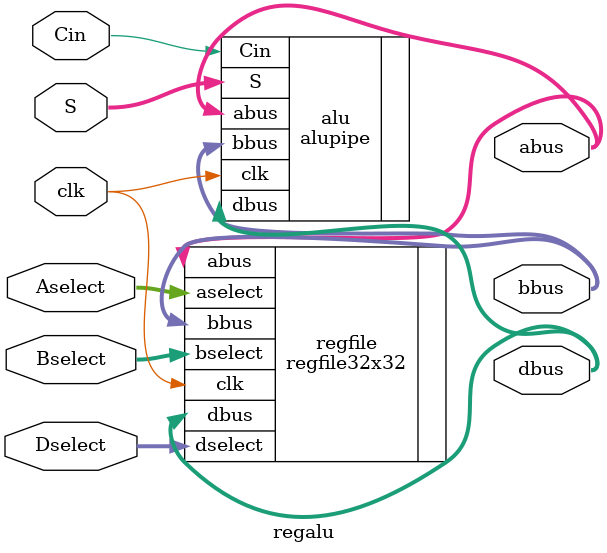
<source format=v>
`timescale 1ns / 1ps

module regalu(
    input [31:0] Aselect,
    input [31:0] Bselect,
    input [31:0] Dselect,
    input clk,
    output [31:0] abus,
    output [31:0] bbus,
    output [31:0] dbus,
    input [2:0] S,
    input Cin
    );
    
    regfile32x32 regfile(
        .dselect(Dselect),
        .aselect(Aselect),
        .bselect(Bselect),
        .dbus(dbus),
        .clk(clk),
        .abus(abus),
        .bbus(bbus)
    );
    
    alupipe alu(
        .S(S),
        .abus(abus),
        .bbus(bbus),
        .clk(clk),
        .Cin(Cin),
        .dbus(dbus));
endmodule

</source>
